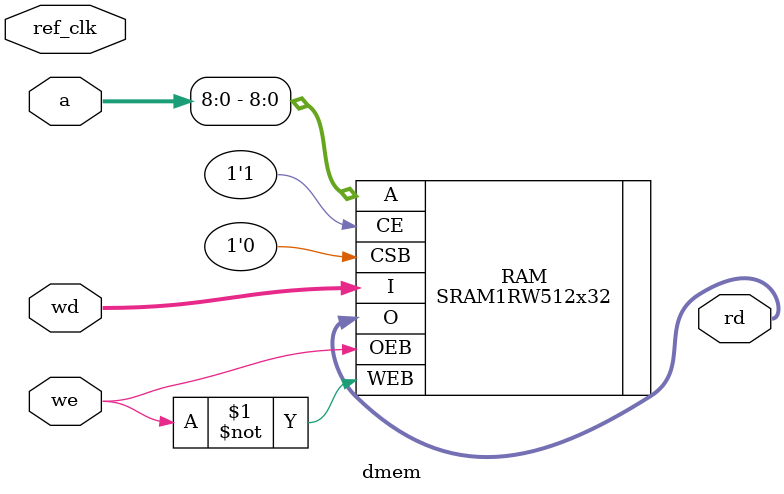
<source format=sv>

module dmem(input  logic        ref_clk, we,
            input  logic [31:0] a, wd,
            output logic [31:0] rd);
`ifdef sim
  logic [31:0] RAM[63:0];

  assign rd = RAM[a[31:2]]; // word aligned

  always @(posedge ref_clk)
    if (we)
      RAM[a[31:2]] <= wd;
`else

   SRAM1RW512x32 RAM (
			.A(a[8:0]),
			.CE(1'b1),
			.WEB(~we),
			.OEB(we),
			.CSB(1'b0),
			.I(wd),
			.O(rd)
			);


`endif
endmodule


</source>
